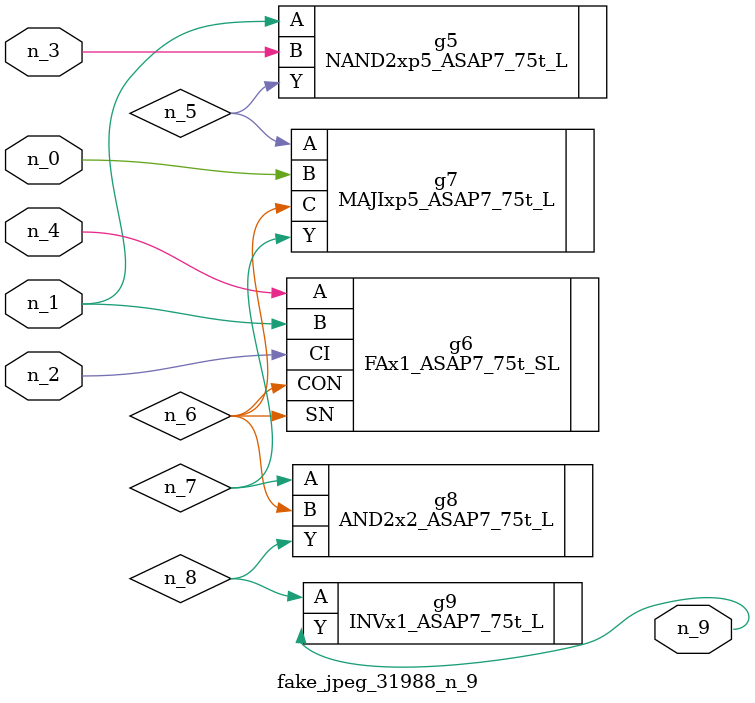
<source format=v>
module fake_jpeg_31988_n_9 (n_3, n_2, n_1, n_0, n_4, n_9);

input n_3;
input n_2;
input n_1;
input n_0;
input n_4;

output n_9;

wire n_8;
wire n_6;
wire n_5;
wire n_7;

NAND2xp5_ASAP7_75t_L g5 ( 
.A(n_1),
.B(n_3),
.Y(n_5)
);

FAx1_ASAP7_75t_SL g6 ( 
.A(n_4),
.B(n_1),
.CI(n_2),
.CON(n_6),
.SN(n_6)
);

MAJIxp5_ASAP7_75t_L g7 ( 
.A(n_5),
.B(n_0),
.C(n_6),
.Y(n_7)
);

AND2x2_ASAP7_75t_L g8 ( 
.A(n_7),
.B(n_6),
.Y(n_8)
);

INVx1_ASAP7_75t_L g9 ( 
.A(n_8),
.Y(n_9)
);


endmodule
</source>
